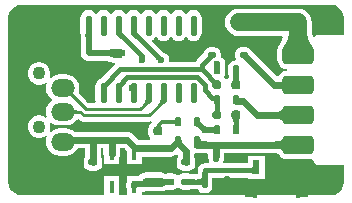
<source format=gtl>
G04*
G04 #@! TF.GenerationSoftware,Altium Limited,Altium Designer,22.3.1 (43)*
G04*
G04 Layer_Physical_Order=1*
G04 Layer_Color=204*
%FSTAX25Y25*%
%MOIN*%
G70*
G04*
G04 #@! TF.SameCoordinates,AA438D0C-BAC3-434F-BC1F-4FEAB2FC06D2*
G04*
G04*
G04 #@! TF.FilePolarity,Positive*
G04*
G01*
G75*
%ADD10C,0.01000*%
%ADD12C,0.01968*%
G04:AMPARAMS|DCode=19|XSize=30mil|YSize=22mil|CornerRadius=5.5mil|HoleSize=0mil|Usage=FLASHONLY|Rotation=0.000|XOffset=0mil|YOffset=0mil|HoleType=Round|Shape=RoundedRectangle|*
%AMROUNDEDRECTD19*
21,1,0.03000,0.01100,0,0,0.0*
21,1,0.01900,0.02200,0,0,0.0*
1,1,0.01100,0.00950,-0.00550*
1,1,0.01100,-0.00950,-0.00550*
1,1,0.01100,-0.00950,0.00550*
1,1,0.01100,0.00950,0.00550*
%
%ADD19ROUNDEDRECTD19*%
%ADD20R,0.01772X0.03937*%
%ADD21R,0.02362X0.04724*%
%ADD22R,0.01575X0.02559*%
%ADD23R,0.02559X0.05118*%
G04:AMPARAMS|DCode=24|XSize=30mil|YSize=30mil|CornerRadius=7.5mil|HoleSize=0mil|Usage=FLASHONLY|Rotation=180.000|XOffset=0mil|YOffset=0mil|HoleType=Round|Shape=RoundedRectangle|*
%AMROUNDEDRECTD24*
21,1,0.03000,0.01500,0,0,180.0*
21,1,0.01500,0.03000,0,0,180.0*
1,1,0.01500,-0.00750,0.00750*
1,1,0.01500,0.00750,0.00750*
1,1,0.01500,0.00750,-0.00750*
1,1,0.01500,-0.00750,-0.00750*
%
%ADD24ROUNDEDRECTD24*%
%ADD25P,0.03247X8X202.5*%
G04:AMPARAMS|DCode=26|XSize=17.72mil|YSize=39.37mil|CornerRadius=4.43mil|HoleSize=0mil|Usage=FLASHONLY|Rotation=180.000|XOffset=0mil|YOffset=0mil|HoleType=Round|Shape=RoundedRectangle|*
%AMROUNDEDRECTD26*
21,1,0.01772,0.03051,0,0,180.0*
21,1,0.00886,0.03937,0,0,180.0*
1,1,0.00886,-0.00443,0.01526*
1,1,0.00886,0.00443,0.01526*
1,1,0.00886,0.00443,-0.01526*
1,1,0.00886,-0.00443,-0.01526*
%
%ADD26ROUNDEDRECTD26*%
G04:AMPARAMS|DCode=27|XSize=62.99mil|YSize=106.3mil|CornerRadius=15.75mil|HoleSize=0mil|Usage=FLASHONLY|Rotation=270.000|XOffset=0mil|YOffset=0mil|HoleType=Round|Shape=RoundedRectangle|*
%AMROUNDEDRECTD27*
21,1,0.06299,0.07480,0,0,270.0*
21,1,0.03150,0.10630,0,0,270.0*
1,1,0.03150,-0.03740,-0.01575*
1,1,0.03150,-0.03740,0.01575*
1,1,0.03150,0.03740,0.01575*
1,1,0.03150,0.03740,-0.01575*
%
%ADD27ROUNDEDRECTD27*%
G04:AMPARAMS|DCode=28|XSize=30mil|YSize=22mil|CornerRadius=5.5mil|HoleSize=0mil|Usage=FLASHONLY|Rotation=270.000|XOffset=0mil|YOffset=0mil|HoleType=Round|Shape=RoundedRectangle|*
%AMROUNDEDRECTD28*
21,1,0.03000,0.01100,0,0,270.0*
21,1,0.01900,0.02200,0,0,270.0*
1,1,0.01100,-0.00550,-0.00950*
1,1,0.01100,-0.00550,0.00950*
1,1,0.01100,0.00550,0.00950*
1,1,0.01100,0.00550,-0.00950*
%
%ADD28ROUNDEDRECTD28*%
G04:AMPARAMS|DCode=29|XSize=19.68mil|YSize=23.62mil|CornerRadius=4.92mil|HoleSize=0mil|Usage=FLASHONLY|Rotation=270.000|XOffset=0mil|YOffset=0mil|HoleType=Round|Shape=RoundedRectangle|*
%AMROUNDEDRECTD29*
21,1,0.01968,0.01378,0,0,270.0*
21,1,0.00984,0.02362,0,0,270.0*
1,1,0.00984,-0.00689,-0.00492*
1,1,0.00984,-0.00689,0.00492*
1,1,0.00984,0.00689,0.00492*
1,1,0.00984,0.00689,-0.00492*
%
%ADD29ROUNDEDRECTD29*%
%ADD30O,0.02165X0.07087*%
%ADD47C,0.02362*%
%ADD48C,0.01575*%
%ADD49C,0.03150*%
%ADD50C,0.01181*%
%ADD51C,0.05906*%
%ADD52C,0.02756*%
%ADD53C,0.02559*%
%ADD54O,0.07874X0.05906*%
%ADD55O,0.15000X0.06000*%
%ADD56C,0.04331*%
%ADD57C,0.02400*%
%ADD58C,0.02362*%
G36*
X0110561Y0065002D02*
X0111554Y0064591D01*
X0112407Y0063936D01*
X0113062Y0063083D01*
X0113473Y006209D01*
X0113606Y0061084D01*
X0113594Y0061024D01*
Y0055271D01*
X01053D01*
X0104609Y0055133D01*
X0104023Y0054742D01*
X0103853Y0054489D01*
X0103743Y0054468D01*
X0103306Y0054569D01*
X0103191Y0054972D01*
X0103063Y0055572D01*
X010297Y0056197D01*
X0102913Y0056846D01*
X0102902Y0057251D01*
Y0059365D01*
X0102746Y0060546D01*
X010229Y0061648D01*
X0101565Y0062594D01*
X0100619Y0063319D01*
X0099517Y0063776D01*
X0098335Y0063931D01*
X00785D01*
X0077318Y0063776D01*
X0076217Y0063319D01*
X0075271Y0062594D01*
X0074545Y0061648D01*
X0074089Y0060546D01*
X0073933Y0059365D01*
X0074089Y0058183D01*
X0074545Y0057081D01*
X0075271Y0056135D01*
X0076217Y005541D01*
X0077318Y0054953D01*
X00785Y0054798D01*
X0093015D01*
X0093117Y0054662D01*
X009328Y0054298D01*
X0093116Y005384D01*
X009288Y0053305D01*
X0092609Y0052788D01*
X0092301Y0052289D01*
X0091924Y0051762D01*
X0091892Y005169D01*
X0091844Y0051628D01*
X00918Y0051522D01*
X0091747Y0051442D01*
X0091728Y0051347D01*
X0091527Y0050862D01*
X0091418Y0050039D01*
Y004689D01*
X0091527Y0046068D01*
X0091844Y0045301D01*
X0092349Y0044644D01*
X0093007Y0044139D01*
X0093773Y0043821D01*
X0094595Y0043713D01*
Y0043216D01*
X0093773Y0043108D01*
X0093007Y004279D01*
X0092349Y0042286D01*
X0091844Y0041628D01*
X0091785Y0041486D01*
X0091223Y0041406D01*
X0082871Y0049759D01*
X008287Y0049763D01*
X0082413Y0050447D01*
X0081729Y0050904D01*
X0081378Y0050973D01*
X0080953Y0051149D01*
X0080234Y0051244D01*
X0079514Y0051149D01*
X0079089Y0050973D01*
X0078738Y0050904D01*
X0078055Y0050447D01*
X0077598Y0049763D01*
X0077438Y0048957D01*
Y0047972D01*
X0077598Y0047166D01*
X0077694Y0047022D01*
X0077458Y0046581D01*
X007715D01*
X0076321Y0046416D01*
X0075618Y0045946D01*
X0075148Y0045244D01*
X0074984Y0044415D01*
Y0042515D01*
X0075048Y0042191D01*
X0075044Y0042156D01*
X0075076Y004205D01*
X0075148Y0041686D01*
X0075176Y0041644D01*
X0075212Y0041094D01*
X0075204Y004103D01*
X0075185Y004093D01*
X0075183Y0040924D01*
X0075133Y004089D01*
X0074946Y0040611D01*
X007487Y0040521D01*
X0074856Y0040477D01*
X0074813Y0040412D01*
X0074189Y0040328D01*
X0073443Y0041074D01*
X0073852Y0041686D01*
X0074016Y0042515D01*
Y0044415D01*
X0073966Y0044667D01*
X0074056Y0045002D01*
Y0045727D01*
X0073868Y0046428D01*
X0073505Y0047057D01*
X0072992Y004757D01*
X0072535Y0047834D01*
X0072562Y0047972D01*
Y0048957D01*
X0072402Y0049763D01*
X0071945Y0050447D01*
X0071262Y0050904D01*
X0070455Y0051064D01*
X0069077D01*
X0068271Y0050904D01*
X0067587Y0050447D01*
X006713Y0049763D01*
X0067048Y0049349D01*
X0064538Y0046839D01*
X0064026Y0046073D01*
X0055631D01*
X0055456Y0046302D01*
Y0047027D01*
X0055268Y0047728D01*
X0054905Y0048357D01*
X0054392Y004887D01*
X0053764Y0049233D01*
X0053432Y0049321D01*
X0049737Y0053017D01*
X0049793Y0053298D01*
X0049903Y0053558D01*
X0050395Y0053935D01*
X0050702Y0054335D01*
X0050821Y0054374D01*
X0051179D01*
X0051298Y0054335D01*
X0051605Y0053935D01*
X005216Y0053509D01*
X0052806Y0053242D01*
X00535Y005315D01*
X0054194Y0053242D01*
X005484Y0053509D01*
X0055395Y0053935D01*
X0055702Y0054335D01*
X0055821Y0054374D01*
X0056179D01*
X0056298Y0054335D01*
X0056605Y0053935D01*
X005716Y0053509D01*
X0057806Y0053242D01*
X00585Y005315D01*
X0059194Y0053242D01*
X005984Y0053509D01*
X0060395Y0053935D01*
X0060702Y0054335D01*
X0060821Y0054374D01*
X0061179D01*
X0061298Y0054335D01*
X0061605Y0053935D01*
X006216Y0053509D01*
X0062806Y0053242D01*
X00635Y005315D01*
X0064194Y0053242D01*
X006484Y0053509D01*
X0065395Y0053935D01*
X0065821Y0054491D01*
X0066089Y0055137D01*
X006618Y0055831D01*
Y0060752D01*
X0066089Y0061446D01*
X0065821Y0062092D01*
X0065395Y0062647D01*
X006484Y0063073D01*
X0064194Y0063341D01*
X00635Y0063432D01*
X0062806Y0063341D01*
X006216Y0063073D01*
X0061605Y0062647D01*
X0061298Y0062248D01*
X0061179Y0062209D01*
X0060821D01*
X0060702Y0062248D01*
X0060395Y0062647D01*
X005984Y0063073D01*
X0059194Y0063341D01*
X00585Y0063432D01*
X0057806Y0063341D01*
X005716Y0063073D01*
X0056605Y0062647D01*
X0056298Y0062248D01*
X0056179Y0062209D01*
X0055821D01*
X0055702Y0062248D01*
X0055395Y0062647D01*
X005484Y0063073D01*
X0054194Y0063341D01*
X00535Y0063432D01*
X0052806Y0063341D01*
X005216Y0063073D01*
X0051605Y0062647D01*
X0051298Y0062248D01*
X0051179Y0062209D01*
X0050821D01*
X0050702Y0062248D01*
X0050395Y0062647D01*
X004984Y0063073D01*
X0049194Y0063341D01*
X00485Y0063432D01*
X0047806Y0063341D01*
X004716Y0063073D01*
X0046605Y0062647D01*
X0046298Y0062248D01*
X0046179Y0062209D01*
X0045821D01*
X0045702Y0062248D01*
X0045395Y0062647D01*
X004484Y0063073D01*
X0044194Y0063341D01*
X00435Y0063432D01*
X0042806Y0063341D01*
X004216Y0063073D01*
X0041605Y0062647D01*
X0041298Y0062248D01*
X0041179Y0062209D01*
X0040821D01*
X0040702Y0062248D01*
X0040395Y0062647D01*
X003984Y0063073D01*
X0039194Y0063341D01*
X00385Y0063432D01*
X0037806Y0063341D01*
X003716Y0063073D01*
X0036605Y0062647D01*
X0036298Y0062248D01*
X0036179Y0062209D01*
X0035821D01*
X0035702Y0062248D01*
X0035395Y0062647D01*
X003484Y0063073D01*
X0034194Y0063341D01*
X00335Y0063432D01*
X0032806Y0063341D01*
X003216Y0063073D01*
X0031605Y0062647D01*
X0031298Y0062248D01*
X0031179Y0062209D01*
X0030821D01*
X0030702Y0062248D01*
X0030395Y0062647D01*
X002984Y0063073D01*
X0029194Y0063341D01*
X00285Y0063432D01*
X0027806Y0063341D01*
X002716Y0063073D01*
X0026605Y0062647D01*
X0026179Y0062092D01*
X0025911Y0061446D01*
X002582Y0060752D01*
Y0055831D01*
X0025854Y0055567D01*
X0025851Y0055551D01*
X0025856Y0055529D01*
X0025852Y0055506D01*
X0025911Y0053396D01*
X0025919Y005336D01*
Y0048965D01*
X0026007Y0048296D01*
X0026265Y0047674D01*
X0026675Y0047139D01*
X0027209Y0046729D01*
X0027832Y0046471D01*
X00285Y0046383D01*
X0034765D01*
X0035479Y0046088D01*
X003625Y0045986D01*
X0036362D01*
X00365Y0045959D01*
X0037348D01*
X00375Y0045459D01*
X0037363Y0045368D01*
X0032596Y00406D01*
X003216Y004042D01*
X0031605Y0039994D01*
X0031179Y0039439D01*
X0030911Y0038792D01*
X003082Y0038098D01*
Y0033177D01*
X0030845Y003298D01*
X0030407Y003248D01*
X0028536D01*
X0025116Y0035901D01*
X0025269Y0036272D01*
X0025425Y0037454D01*
X0025269Y0038636D01*
X0024813Y0039737D01*
X0024087Y0040683D01*
X0023142Y0041408D01*
X002204Y0041865D01*
X0020858Y004202D01*
X001889D01*
X0017708Y0041865D01*
X0016606Y0041408D01*
X0016025Y0040962D01*
X0015586Y0041256D01*
X001574Y004183D01*
Y0042815D01*
X0015485Y0043766D01*
X0014993Y0044619D01*
X0014297Y0045316D01*
X0013444Y0045808D01*
X0012492Y0046063D01*
X0011508D01*
X0010556Y0045808D01*
X0009703Y0045316D01*
X0009007Y0044619D01*
X0008515Y0043766D01*
X000826Y0042815D01*
Y004183D01*
X0008515Y0040879D01*
X0009007Y0040026D01*
X0009703Y003933D01*
X0010556Y0038838D01*
X0011508Y0038583D01*
X0012492D01*
X0013444Y0038838D01*
X0014203Y0039276D01*
X0014499Y0039095D01*
X0014614Y0038961D01*
X0014479Y0038636D01*
X0014323Y0037454D01*
X0014479Y0036272D01*
X0014935Y003517D01*
X0015661Y0034225D01*
X0016257Y0033766D01*
Y0033266D01*
X0015661Y0032809D01*
X0014935Y0031863D01*
X0014479Y0030762D01*
X0014323Y0029579D01*
X0014479Y0028398D01*
X0014614Y0028072D01*
X001431Y0027639D01*
X0014259Y0027621D01*
X0013444Y0028092D01*
X0012492Y0028346D01*
X0011508D01*
X0010556Y0028092D01*
X0009703Y0027599D01*
X0009007Y0026903D01*
X0008515Y002605D01*
X000826Y0025099D01*
Y0024114D01*
X0008515Y0023163D01*
X0009007Y002231D01*
X0009703Y0021613D01*
X0010556Y0021121D01*
X0011508Y0020866D01*
X0012492D01*
X0013444Y0021121D01*
X0014297Y0021613D01*
X0014331Y0021648D01*
X0014755Y0021364D01*
X0014479Y0020698D01*
X0014323Y0019516D01*
X0014479Y0018335D01*
X0014935Y0017233D01*
X0015661Y0016287D01*
X0016606Y0015562D01*
X0017708Y0015105D01*
X001889Y001495D01*
X0020858D01*
X002204Y0015105D01*
X0023142Y0015562D01*
X0024087Y0016287D01*
X0024813Y0017233D01*
X0024849Y001732D01*
X002722D01*
Y0014301D01*
X0027049Y0014044D01*
X0026884Y0013215D01*
Y0012115D01*
X0027049Y0011286D01*
X0027518Y0010583D01*
X0028221Y0010113D01*
X002905Y0009948D01*
X002952D01*
X003Y0009885D01*
X003048Y0009948D01*
X003095D01*
X0031779Y0010113D01*
X0032482Y0010583D01*
X0032952Y0011286D01*
X0033116Y0012115D01*
Y0013215D01*
X0032952Y0014044D01*
X003278Y0014301D01*
Y001732D01*
X003348D01*
Y0015512D01*
X0033575Y0014792D01*
X0033799Y0014251D01*
Y0011969D01*
X003872D01*
Y0014251D01*
X0038945Y0014792D01*
X0039039Y0015512D01*
Y001732D01*
X0040199D01*
X004128Y001624D01*
Y0011969D01*
X0046201D01*
Y001462D01*
X0056035D01*
X0056755Y0014715D01*
X0057425Y0014993D01*
X005772Y0015219D01*
X005822Y0014973D01*
Y0014301D01*
X0058048Y0014044D01*
X0057884Y0013215D01*
Y0012115D01*
X0058048Y0011286D01*
X0058518Y0010583D01*
X0059221Y0010113D01*
X006005Y0009948D01*
X006052D01*
X0061Y0009885D01*
X006148Y0009948D01*
X006195D01*
X0062779Y0010113D01*
X0063482Y0010583D01*
X0063951Y0011286D01*
X0064116Y0012115D01*
Y0013215D01*
X0063951Y0014044D01*
X006378Y0014301D01*
Y0015362D01*
X006428Y001574D01*
X00647Y0015685D01*
X0067014D01*
X0068082Y0015678D01*
X006822Y0015199D01*
Y0014894D01*
X0068315Y0014174D01*
X00685Y0013728D01*
Y0013368D01*
X0068598Y0012873D01*
X006824Y0012373D01*
X006726D01*
X0066338Y001219D01*
X0065557Y0011668D01*
X0065035Y0010886D01*
X0064851Y0009965D01*
Y0008673D01*
X0063475D01*
X0063356Y0008678D01*
X0063043Y0008711D01*
X0062963Y0008725D01*
X0062908Y0008737D01*
X0062901Y0008739D01*
X0062884Y0008746D01*
X0062779Y0008816D01*
X0062463Y0008879D01*
X0062351Y0008916D01*
X0062299Y0008912D01*
X006195Y0008981D01*
X006005D01*
X0059221Y0008816D01*
X0058518Y0008347D01*
X00585Y0008319D01*
X0058D01*
X0057982Y0008347D01*
X0057279Y0008816D01*
X005645Y0008981D01*
X005455D01*
X0054204Y0008912D01*
X005346Y000922D01*
X0052637Y0009329D01*
X0050113D01*
X005Y0009314D01*
X0049887Y0009329D01*
X004761D01*
X0046788Y000922D01*
X0046022Y0008903D01*
X0045364Y0008398D01*
X0045099Y0008054D01*
X0043839D01*
X0043671Y0008032D01*
X004128D01*
Y0006121D01*
X0041247Y0006042D01*
X0041159Y0005374D01*
Y0004488D01*
X0041247Y000382D01*
X004128Y0003742D01*
Y0001806D01*
X003872D01*
Y0008032D01*
X0033799D01*
Y0001806D01*
X0005906D01*
X0005845Y0001794D01*
X0004839Y0001927D01*
X0003846Y0002338D01*
X0002993Y0002993D01*
X0002338Y0003846D01*
X0001927Y0004839D01*
X000185Y000542D01*
X0001806Y0005906D01*
X0001806Y0005906D01*
X0001806Y0006397D01*
Y0061024D01*
X0001794Y0061084D01*
X0001927Y006209D01*
X0002338Y0063083D01*
X0002993Y0063936D01*
X0003846Y0064591D01*
X0004839Y0065002D01*
X000542Y0065079D01*
X0005906Y0065123D01*
X0005906Y0065123D01*
X0006397Y0065123D01*
X0109494D01*
X0109555Y0065135D01*
X0110561Y0065002D01*
D02*
G37*
G36*
X0039504Y0056833D02*
X0039479Y0056671D01*
X0039493Y0056491D01*
X0039547Y0056294D01*
X0039639Y005608D01*
X0039772Y0055849D01*
X0039943Y00556D01*
X0040154Y0055334D01*
X0040404Y0055051D01*
X0040694Y0054751D01*
X0039575Y0053642D01*
X0039361Y0053854D01*
X0038443Y0054671D01*
X0038352Y0054732D01*
X0038277Y005477D01*
X0038221Y0054788D01*
X0039568Y0056978D01*
X0039504Y0056833D01*
D02*
G37*
G36*
X0044504Y0056849D02*
X0044479Y0056687D01*
X0044494Y0056507D01*
X0044548Y005631D01*
X004464Y0056096D01*
X0044773Y0055865D01*
X0044944Y0055616D01*
X0045155Y0055351D01*
X0045404Y0055068D01*
X0045693Y0054768D01*
X0044594Y005364D01*
X004438Y0053852D01*
X0043453Y005467D01*
X0043359Y0054731D01*
X0043281Y005477D01*
X004322Y0054788D01*
X0044568Y0056995D01*
X0044504Y0056849D01*
D02*
G37*
G36*
X0029532Y0055505D02*
X0029522Y0055421D01*
X0029505Y0055145D01*
X0029484Y0053441D01*
X0027516D01*
X0027457Y0055551D01*
X0029543D01*
X0029532Y0055505D01*
D02*
G37*
G36*
X010131Y0056754D02*
X0101374Y0056009D01*
X0101482Y0055286D01*
X0101633Y0054584D01*
X0101826Y0053904D01*
X0102063Y0053245D01*
X0102343Y0052608D01*
X0102666Y0051993D01*
X0103032Y0051399D01*
X0103441Y0050827D01*
X009323D01*
X0093639Y0051399D01*
X0094005Y0051993D01*
X0094328Y0052608D01*
X0094608Y0053245D01*
X0094845Y0053904D01*
X0095038Y0054584D01*
X0095189Y0055286D01*
X0095297Y0056009D01*
X0095361Y0056754D01*
X0095383Y0057521D01*
X0101288D01*
X010131Y0056754D01*
D02*
G37*
G36*
X0039612Y0047565D02*
X00365D01*
Y0050365D01*
X0039612D01*
Y0047565D01*
D02*
G37*
G36*
X0052213Y0048249D02*
X005266Y004785D01*
X0052676Y0047845D01*
X0051519Y0046664D01*
X0051514Y0046679D01*
X0051499Y0046703D01*
X0051474Y0046735D01*
X0051394Y0046828D01*
X0051019Y0047215D01*
X0052117Y0048344D01*
X0052213Y0048249D01*
D02*
G37*
G36*
X0078692Y0042194D02*
X0078634Y0042067D01*
X0078583Y0041922D01*
X0078539Y004176D01*
X0078502Y004158D01*
X0078448Y004117D01*
X0078436Y0041014D01*
X0078455Y0040735D01*
X0078485Y0040521D01*
X0078523Y0040332D01*
X007857Y0040166D01*
X0078625Y0040025D01*
X0078688Y0039908D01*
X007876Y0039815D01*
X0078841Y0039746D01*
X0076277D01*
X0076384Y0039832D01*
X007648Y0039939D01*
X0076565Y0040067D01*
X0076639Y0040215D01*
X0076701Y0040384D01*
X0076752Y0040574D01*
X0076791Y0040785D01*
X0076819Y0041016D01*
X0076823Y0041062D01*
X0076771Y0041873D01*
X0076745Y0042017D01*
X0076715Y0042137D01*
X0076681Y0042233D01*
X0076643Y0042305D01*
X0078757D01*
X0078692Y0042194D01*
D02*
G37*
G36*
X002335Y0035951D02*
X002331Y0035871D01*
X0023294Y0035782D01*
X0023302Y0035683D01*
X0023333Y0035574D01*
X0023388Y0035456D01*
X0023467Y0035328D01*
X0023569Y0035191D01*
X0023695Y0035044D01*
X0023844Y0034888D01*
X002309Y0034227D01*
X0022933Y0034378D01*
X0022784Y0034506D01*
X0022644Y0034611D01*
X0022513Y0034693D01*
X002239Y0034753D01*
X0022276Y003479D01*
X0022171Y0034804D01*
X0022074Y0034796D01*
X0021986Y0034765D01*
X0021907Y0034711D01*
X0023413Y0036021D01*
X002335Y0035951D01*
D02*
G37*
G36*
X005378Y0032134D02*
X0053639Y003211D01*
X00535Y0032077D01*
X0053364Y0032033D01*
X005323Y0031979D01*
X0053099Y0031915D01*
X0052969Y0031841D01*
X0052842Y0031756D01*
X0052717Y0031662D01*
X0052594Y0031558D01*
X0052473Y0031444D01*
X0051766Y0032151D01*
X0051955Y0032346D01*
X005225Y0032697D01*
X0052357Y0032853D01*
X0052438Y0032996D01*
X0052491Y0033125D01*
X0052517Y0033241D01*
X0052515Y0033345D01*
X0052487Y0033435D01*
X0052432Y0033511D01*
X005378Y0032134D01*
D02*
G37*
G36*
X0048779D02*
X0048639Y003211D01*
X00485Y0032077D01*
X0048364Y0032033D01*
X004823Y0031979D01*
X0048099Y0031915D01*
X0047969Y0031841D01*
X0047842Y0031756D01*
X0047717Y0031662D01*
X0047594Y0031558D01*
X0047473Y0031444D01*
X0046766Y0032151D01*
X0046955Y0032346D01*
X004725Y0032697D01*
X0047357Y0032853D01*
X0047438Y0032996D01*
X0047491Y0033125D01*
X0047517Y0033241D01*
X0047515Y0033345D01*
X0047487Y0033435D01*
X0047432Y0033511D01*
X0048779Y0032134D01*
D02*
G37*
G36*
X0023628Y0030482D02*
X0023662Y0030397D01*
X002372Y0030323D01*
X00238Y0030258D01*
X0023903Y0030204D01*
X002403Y0030159D01*
X0024179Y0030124D01*
X0024351Y0030099D01*
X0024546Y0030084D01*
X0024764Y0030079D01*
Y0029079D01*
X0024546Y0029075D01*
X0024351Y002906D01*
X0024179Y0029035D01*
X002403Y0029D01*
X0023903Y0028955D01*
X00238Y0028901D01*
X002372Y0028836D01*
X0023662Y0028762D01*
X0023628Y0028677D01*
X0023617Y0028583D01*
Y0030576D01*
X0023628Y0030482D01*
D02*
G37*
G36*
X0093316Y002601D02*
X0093284Y0026233D01*
X00932Y0026432D01*
X0093064Y0026608D01*
X0092876Y0026761D01*
X0092637Y002689D01*
X0092345Y0026996D01*
X0092001Y0027078D01*
X0091605Y0027136D01*
X0091157Y0027172D01*
X0090657Y0027183D01*
Y0029546D01*
X0091145Y0029557D01*
X0091581Y0029593D01*
X0091966Y0029652D01*
X0092298Y0029734D01*
X0092578Y002984D01*
X0092807Y0029969D01*
X0092983Y0030122D01*
X0093107Y0030299D01*
X0093179Y0030499D01*
X0093199Y0030722D01*
X0093316Y002601D01*
D02*
G37*
G36*
X0025336Y0026869D02*
X0026022Y002641D01*
X0026832Y0026249D01*
X0048687D01*
X0049189Y0026349D01*
X0049229Y0026337D01*
X0049623Y002595D01*
X004958Y002569D01*
X0049133Y002539D01*
X0048619Y0024622D01*
X0048439Y0023714D01*
Y0022214D01*
X0048619Y0021307D01*
X0049038Y002068D01*
X0048838Y002018D01*
X0045202D01*
X0043316Y0022065D01*
X004274Y0022507D01*
X004207Y0022785D01*
X0041351Y002288D01*
X0023913D01*
X0023142Y0023471D01*
X002204Y0023928D01*
X0020858Y0024083D01*
X001889D01*
X0017708Y0023928D01*
X0016606Y0023471D01*
X0015923Y0022947D01*
X0015741Y0023037D01*
X0015512Y0023262D01*
X001574Y0024114D01*
Y0025099D01*
X0015551Y0025804D01*
X001599Y0026098D01*
X0016606Y0025625D01*
X0017708Y0025168D01*
X001889Y0025013D01*
X0020858D01*
X002204Y0025168D01*
X0023142Y0025625D01*
X0024087Y002635D01*
X0024547Y002695D01*
X002521Y0026994D01*
X0025336Y0026869D01*
D02*
G37*
G36*
X0078906Y0027267D02*
X0078818Y0027099D01*
X0078741Y0026921D01*
X0078673Y0026735D01*
X0078617Y0026539D01*
X007857Y0026334D01*
X0078534Y002612D01*
X0078509Y002584D01*
X0078555Y0025189D01*
X0078584Y0025014D01*
X0078619Y0024861D01*
X007866Y0024728D01*
X0078706Y0024616D01*
X0078757Y0024524D01*
X0076643D01*
X0076694Y0024616D01*
X007674Y0024728D01*
X0076781Y0024861D01*
X0076816Y0025014D01*
X0076845Y0025189D01*
X0076888Y0025602D01*
X0076896Y0025782D01*
X0076887Y0025897D01*
X0076855Y0026124D01*
X0076811Y0026332D01*
X0076754Y0026521D01*
X0076684Y0026691D01*
X0076601Y0026842D01*
X0076506Y0026975D01*
X0076398Y0027088D01*
X0076277Y0027182D01*
X0079004Y0027426D01*
X0078906Y0027267D01*
D02*
G37*
G36*
X006573Y0020597D02*
X0065772Y0020397D01*
X0065871Y0020221D01*
X0066027Y0020068D01*
X006624Y0019939D01*
X006651Y0019834D01*
X0066837Y0019751D01*
X0067221Y0019693D01*
X0067662Y0019657D01*
X0068161Y0019646D01*
X0068092Y0017284D01*
X0066754Y0017292D01*
X0063742Y0017504D01*
X0063575Y0017601D01*
X0063643Y0017716D01*
X0063944Y0017848D01*
X006448Y0017998D01*
X006525Y0018166D01*
X0065745Y002082D01*
X006573Y0020597D01*
D02*
G37*
G36*
X0093241Y0016106D02*
X0093215Y001633D01*
X0093138Y001653D01*
X0093009Y0016707D01*
X0092827Y001686D01*
X0092595Y0016989D01*
X0092311Y0017095D01*
X0091975Y0017177D01*
X0091587Y0017236D01*
X0091148Y0017272D01*
X0090657Y0017284D01*
Y0019646D01*
X0091148Y0019657D01*
X0091587Y0019693D01*
X0091974Y0019751D01*
X009231Y0019834D01*
X0092594Y0019939D01*
X0092827Y0020068D01*
X0093007Y0020221D01*
X0093137Y0020397D01*
X0093214Y0020597D01*
X009324Y002082D01*
X0093241Y0016106D01*
D02*
G37*
G36*
X0083238Y0008628D02*
X0083222Y0008732D01*
X0083175Y0008826D01*
X0083096Y0008908D01*
X0082986Y000898D01*
X0082844Y000904D01*
X0082671Y0009089D01*
X0082466Y0009128D01*
X008223Y0009155D01*
X0081962Y0009172D01*
X0081663Y0009177D01*
Y0010752D01*
X0081964Y001076D01*
X0082233Y0010784D01*
X0082471Y0010823D01*
X0082677Y0010878D01*
X0082852Y0010949D01*
X0082995Y0011035D01*
X0083106Y0011138D01*
X0083185Y0011256D01*
X0083233Y001139D01*
X008325Y0011539D01*
X0083238Y0008628D01*
D02*
G37*
G36*
X0090618Y0015678D02*
X0091064Y0015668D01*
X0091402Y001564D01*
X0091662Y0015601D01*
X0091727Y0015585D01*
X0091751Y0015526D01*
X0091758Y0015491D01*
X0091777Y0015462D01*
X0091844Y0015301D01*
X0092349Y0014643D01*
X0093007Y0014139D01*
X0093773Y0013821D01*
X0094595Y0013713D01*
X0102076D01*
X0102898Y0013821D01*
X0103078Y0013896D01*
X0103494Y0013618D01*
Y0013465D01*
X0103631Y0012773D01*
X0104023Y0012187D01*
X0104609Y0011796D01*
X01053Y0011658D01*
X0113594D01*
Y0005906D01*
X0113606Y0005845D01*
X0113473Y0004839D01*
X0113062Y0003846D01*
X0112407Y0002993D01*
X0111554Y0002338D01*
X0110561Y0001927D01*
X010998Y000185D01*
X0109494Y0001806D01*
X0109494Y0001806D01*
X0109003Y0001806D01*
X0046201D01*
Y0002891D01*
X0046931D01*
X0047589Y0002978D01*
X004761Y0002975D01*
X0049887D01*
X005Y000299D01*
X0050113Y0002975D01*
X0052637D01*
X005346Y0003083D01*
X0054226Y0003401D01*
X0054445Y0003569D01*
X005455Y0003548D01*
X005645D01*
X0057279Y0003713D01*
X0057982Y0004183D01*
X0058Y000421D01*
X00585D01*
X0058518Y0004183D01*
X0059221Y0003713D01*
X006005Y0003548D01*
X006195D01*
X0062299Y0003618D01*
X0062351Y0003613D01*
X0062463Y000365D01*
X0062779Y0003713D01*
X0062884Y0003783D01*
X0062901Y000379D01*
X0062908Y0003792D01*
X0062963Y0003805D01*
X0063016Y0003814D01*
X0063612Y0003856D01*
X0064876D01*
X0064916Y0003652D01*
X0065362Y0002984D01*
X006603Y0002538D01*
X0066817Y0002382D01*
X0067703D01*
X006849Y0002538D01*
X0069157Y0002984D01*
X0069603Y0003652D01*
X006976Y0004439D01*
Y000749D01*
X0069814Y0007556D01*
X0081651D01*
Y0007041D01*
X0083139D01*
X0083231Y0007023D01*
X0083328Y0007041D01*
X0083459D01*
X0083478Y000704D01*
X008348Y0007041D01*
X0087163D01*
Y0014915D01*
X0081651D01*
Y0012373D01*
X007376D01*
X0073402Y0012873D01*
X00735Y0013368D01*
Y0013728D01*
X0073685Y0014174D01*
X007378Y0014894D01*
Y0015685D01*
X0090589D01*
X0090618Y0015678D01*
D02*
G37*
G36*
X0062251Y000727D02*
X0062363Y0007224D01*
X0062496Y0007184D01*
X006265Y0007149D01*
X0062825Y0007119D01*
X0063237Y0007076D01*
X0063734Y0007055D01*
X0064013Y0007052D01*
X0064013Y0005477D01*
X0063734Y0005474D01*
X0062825Y000541D01*
X006265Y000538D01*
X0062496Y0005345D01*
X0062363Y0005305D01*
X0062251Y0005259D01*
X006216Y0005208D01*
Y0007321D01*
X0062251Y000727D01*
D02*
G37*
G36*
X0068109Y0007658D02*
X0066501D01*
X006639Y000469D01*
X0066379Y0004839D01*
X0066336Y0004973D01*
X0066259Y0005091D01*
X006615Y0005194D01*
X0066008Y000528D01*
X0065833Y0005351D01*
X0065624Y0005406D01*
X0065383Y0005446D01*
X006511Y0005469D01*
X0064803Y0005477D01*
Y0007052D01*
X0065036Y0007059D01*
X0065256Y0007082D01*
X0065461Y0007119D01*
X0065653Y0007172D01*
X006583Y0007239D01*
X0065993Y0007322D01*
X0066143Y0007419D01*
X0066278Y0007531D01*
X0066399Y0007659D01*
X0066422Y0007688D01*
X0066423Y0007692D01*
X0066433Y0007754D01*
X0066442Y0007847D01*
X0066463Y0008302D01*
X0066472Y0009325D01*
X0068047D01*
X0068109Y0007658D01*
D02*
G37*
D10*
X0020571Y0037454D02*
X002766Y0030365D01*
X0045687D01*
X00485Y0033177D01*
X0026832Y0028365D02*
X0048687D01*
X00535Y0033177D01*
X0025617Y0029579D02*
X0026832Y0028365D01*
X0019874Y0029579D02*
X0025617D01*
X0019874Y0037454D02*
X0020571D01*
X00485Y0033177D02*
Y0035638D01*
X00535Y0033177D02*
Y0035638D01*
D12*
X005275Y0006265D02*
X00555D01*
X0043839Y0005472D02*
X0046931D01*
X004761Y0006152D01*
X004374Y0004488D02*
Y0005374D01*
X0043839Y0005472D01*
X00672Y0023365D02*
X00713D01*
X00647Y0025865D02*
X00672Y0023365D01*
X00647Y0025865D02*
Y0026265D01*
X00285Y0048965D02*
X003625D01*
X00285D02*
Y0058291D01*
D19*
X005Y0012665D02*
D03*
Y0006265D02*
D03*
X0061Y0006265D02*
D03*
Y0012665D02*
D03*
X003Y0012665D02*
D03*
Y0006265D02*
D03*
X00555Y0012665D02*
D03*
Y0006265D02*
D03*
D20*
X003626Y0004488D02*
D03*
X004374D02*
D03*
X004Y0015512D02*
D03*
X004374D02*
D03*
X003626D02*
D03*
D21*
X0084407Y0010978D02*
D03*
X0097793D02*
D03*
D22*
X0084013Y0002022D02*
D03*
X0098187D02*
D03*
D23*
X0081946Y0003301D02*
D03*
X0100253D02*
D03*
D24*
X0077559Y0038464D02*
D03*
Y0028464D02*
D03*
X0051559Y0022964D02*
D03*
D25*
X0071441Y0038464D02*
D03*
Y0028464D02*
D03*
X0045441Y0022964D02*
D03*
D26*
X006726Y0005965D02*
D03*
X007474D02*
D03*
X0071Y0014894D02*
D03*
D27*
X0098335Y0048465D02*
D03*
Y0038465D02*
D03*
Y0028465D02*
D03*
Y0018465D02*
D03*
D28*
X00777Y0033465D02*
D03*
X00713D02*
D03*
X00777Y0043465D02*
D03*
X00713D02*
D03*
X00777Y0023365D02*
D03*
X00713D02*
D03*
X00583Y0026265D02*
D03*
X00647D02*
D03*
X00647Y0019665D02*
D03*
X00583D02*
D03*
D29*
X0069766Y0048465D02*
D03*
X0080234D02*
D03*
D30*
X00285Y0035638D02*
D03*
X00335D02*
D03*
X00385D02*
D03*
X00435D02*
D03*
X00485D02*
D03*
X00535D02*
D03*
X00585D02*
D03*
X00635D02*
D03*
X00285Y0058291D02*
D03*
X00335D02*
D03*
X00385D02*
D03*
X00435D02*
D03*
X00485D02*
D03*
X00535D02*
D03*
X00585D02*
D03*
X00635D02*
D03*
D47*
X0090234Y0038465D02*
X0098335D01*
X0080234Y0048465D02*
X0090234Y0038465D01*
X00848Y0028365D02*
X0098335D01*
X00777Y0033227D02*
X0077781Y0033146D01*
X0080019D02*
X00848Y0028365D01*
X00777Y0033227D02*
Y0033465D01*
X0077781Y0033146D02*
X0080019D01*
X00301Y00201D02*
X00362D01*
X0020458D02*
X00301D01*
X003Y002D02*
X00301Y00201D01*
X003Y0012665D02*
Y002D01*
X00362Y00201D02*
X0041351D01*
X00362D02*
X003626Y002004D01*
Y0015512D02*
Y002004D01*
X0041351Y00201D02*
X0044051Y00174D01*
X0019874Y0019516D02*
X0020458Y00201D01*
X0044051Y00174D02*
X0056035D01*
X0058381Y0019108D02*
X0061Y0016489D01*
X0058381Y0019108D02*
Y0019346D01*
X00583Y0019427D02*
X0058381Y0019346D01*
X0061Y0012665D02*
Y0016489D01*
X00583Y0019427D02*
Y0019665D01*
X0057981Y0019346D02*
X0058219D01*
X0056035Y00174D02*
X0057981Y0019346D01*
X0058219D02*
X00583Y0019427D01*
X00647Y0018465D02*
Y0019965D01*
Y0018465D02*
X0098335D01*
Y0028365D02*
Y0028465D01*
X0071Y0014894D02*
Y0017081D01*
D48*
X0039066Y0043665D02*
X0066241D01*
X00335Y0035638D02*
Y0038098D01*
X0039066Y0043665D01*
X004137Y0040968D02*
X0064689D01*
X00385Y0038098D02*
X004137Y0040968D01*
X00385Y0035638D02*
Y0038098D01*
X00713Y0028464D02*
Y0033865D01*
X0069823Y0034177D02*
X0070987D01*
X00713Y0033865D01*
X00673Y00367D02*
Y0038357D01*
Y00367D02*
X0069823Y0034177D01*
X0069569Y0048465D02*
X0069766D01*
X0066241Y0045136D02*
X0069569Y0048465D01*
X0066241Y0043665D02*
Y0045136D01*
Y0043665D02*
X0071441Y0038464D01*
X0064689Y0040968D02*
X00673Y0038357D01*
X0043517Y0055831D02*
X0052692Y0046656D01*
X00435Y0055831D02*
X0043517D01*
X00435D02*
Y0058291D01*
X00385Y0055831D02*
Y0058291D01*
Y0055831D02*
X0046299Y0048031D01*
Y0046865D02*
Y0048031D01*
Y0046865D02*
X004645Y0046715D01*
X006726Y0009965D02*
X0084407D01*
X0061Y0006265D02*
X006726D01*
Y0009965D01*
Y0005965D02*
Y0006265D01*
X0084407Y0009965D02*
Y0010978D01*
X00713Y0028464D02*
X0071441D01*
X00777Y0022965D02*
Y0028464D01*
X0077559D02*
X00777D01*
X007763Y0043394D02*
X00777Y0043465D01*
X007763Y0038535D02*
Y0043394D01*
X0077559Y0038464D02*
X007763Y0038535D01*
D49*
X0050113Y0006152D02*
X0052637D01*
X004761D02*
X0049887D01*
D50*
X00529Y0026265D02*
X00583D01*
X0051931Y0025296D02*
X00529Y0026265D01*
X0051931Y0023337D02*
Y0025296D01*
X0051559Y0022964D02*
X0051931Y0023337D01*
D51*
X00785Y0059365D02*
X00913D01*
X0098335D01*
Y0048465D02*
Y0059365D01*
D52*
X003625Y0048965D02*
X00366D01*
D53*
X0087753Y0005466D02*
D03*
X0094446D02*
D03*
D54*
X0019874Y0047517D02*
D03*
Y0037454D02*
D03*
Y0029579D02*
D03*
Y0019516D02*
D03*
D55*
X0012Y0056693D02*
D03*
Y0010236D02*
D03*
D56*
Y0042323D02*
D03*
Y0024606D02*
D03*
D57*
X0039612Y0048965D02*
D03*
X005275Y0006265D02*
D03*
X004761Y0006152D02*
D03*
X00672Y0023365D02*
D03*
D58*
X0037Y00245D02*
D03*
X0066Y0014465D02*
D03*
X0079D02*
D03*
X0075D02*
D03*
X0023Y0054465D02*
D03*
Y0058465D02*
D03*
Y0062465D02*
D03*
X0006Y0037465D02*
D03*
Y0033465D02*
D03*
Y0029465D02*
D03*
Y0025465D02*
D03*
Y0021465D02*
D03*
Y0017465D02*
D03*
X0072Y0053465D02*
D03*
X0067Y0052465D02*
D03*
X0082Y0053465D02*
D03*
X0086D02*
D03*
X009Y00445D02*
D03*
X009Y0053465D02*
D03*
X0104Y0062465D02*
D03*
X0107Y0057465D02*
D03*
X0111D02*
D03*
Y0061465D02*
D03*
X0091Y0008465D02*
D03*
X0078Y0004865D02*
D03*
X0072Y0003065D02*
D03*
Y0006365D02*
D03*
X0036Y0009465D02*
D03*
X0023Y0008465D02*
D03*
X0015Y0004465D02*
D03*
X0019D02*
D03*
X0023D02*
D03*
X0089Y0012465D02*
D03*
X0093D02*
D03*
X0102D02*
D03*
X0107Y0004465D02*
D03*
X0103Y0008465D02*
D03*
X0107D02*
D03*
X0111D02*
D03*
Y0004465D02*
D03*
X0043Y0037465D02*
D03*
X00713Y0045365D02*
D03*
X00366Y0048965D02*
D03*
X00885Y0057965D02*
D03*
Y0060965D02*
D03*
X0085D02*
D03*
Y0057965D02*
D03*
X00815D02*
D03*
Y0060965D02*
D03*
X00785Y0059365D02*
D03*
X00913D02*
D03*
X004645Y0046715D02*
D03*
X00527Y0046665D02*
D03*
M02*

</source>
